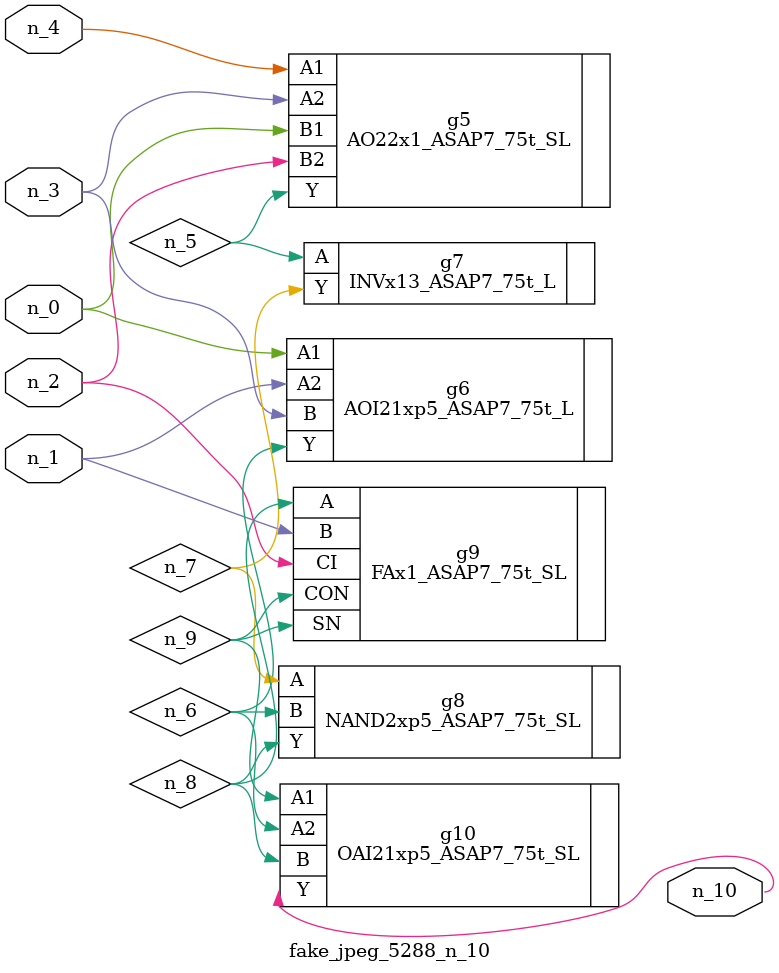
<source format=v>
module fake_jpeg_5288_n_10 (n_3, n_2, n_1, n_0, n_4, n_10);

input n_3;
input n_2;
input n_1;
input n_0;
input n_4;

output n_10;

wire n_8;
wire n_9;
wire n_6;
wire n_5;
wire n_7;

AO22x1_ASAP7_75t_SL g5 ( 
.A1(n_4),
.A2(n_3),
.B1(n_0),
.B2(n_2),
.Y(n_5)
);

AOI21xp5_ASAP7_75t_L g6 ( 
.A1(n_0),
.A2(n_1),
.B(n_3),
.Y(n_6)
);

INVx13_ASAP7_75t_L g7 ( 
.A(n_5),
.Y(n_7)
);

NAND2xp5_ASAP7_75t_SL g8 ( 
.A(n_7),
.B(n_6),
.Y(n_8)
);

FAx1_ASAP7_75t_SL g9 ( 
.A(n_8),
.B(n_1),
.CI(n_2),
.CON(n_9),
.SN(n_9)
);

OAI21xp5_ASAP7_75t_SL g10 ( 
.A1(n_9),
.A2(n_6),
.B(n_8),
.Y(n_10)
);


endmodule
</source>
